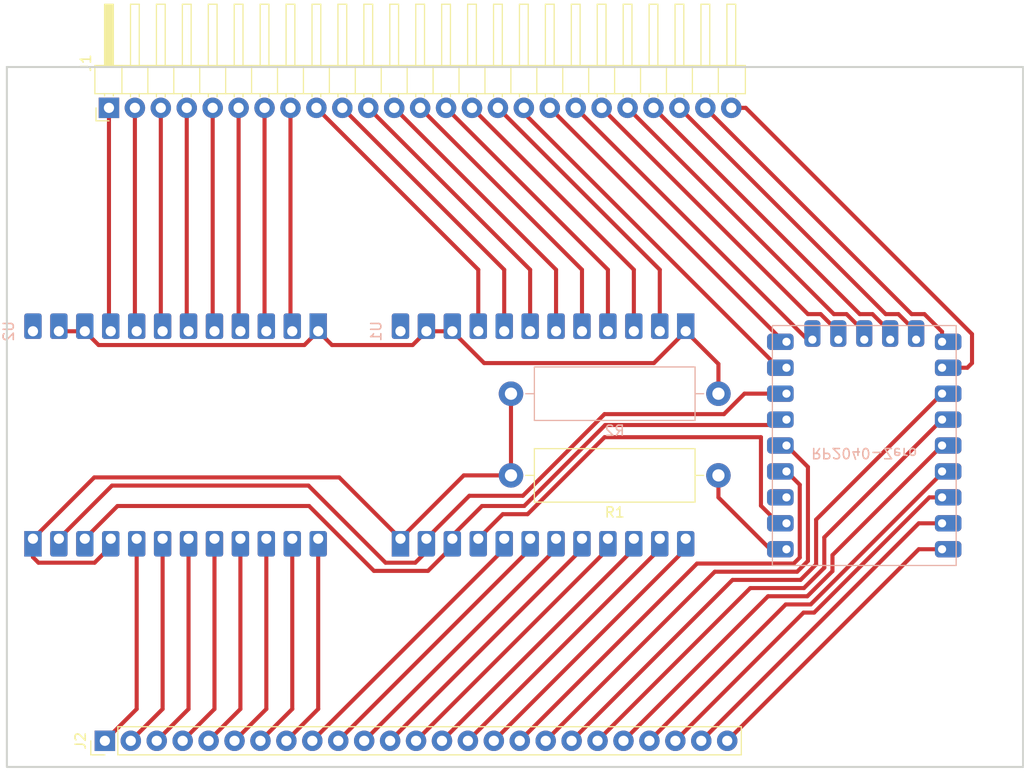
<source format=kicad_pcb>
(kicad_pcb (version 20241229) (generator "pcbnew") (generator_version "9.0")
  (layers (0 "F.Cu" signal) (2 "B.Cu" signal) (13 "F.Paste" user) (15 "B.Paste" user) (5 "F.SilkS" user "F.Silkscreen") (7 "B.SilkS" user "B.Silkscreen") (1 "F.Mask" user) (3 "B.Mask" user) (25 "Edge.Cuts" user))
  (net 0 "")
  (net 1 "GND")
  (net 2 "VCC")
  (net 5 "Net-(RZ1-5V)")
  (net 7 "Net-(RZ1-GP26)")
  (net 8 "Net-(RZ1-GP27)")
  (net 9 "Net-(J1-Pin_9)")
  (net 10 "Net-(J1-Pin_13)")
  (net 11 "Net-(J1-Pin_2)")
  (net 12 "Net-(J1-Pin_4)")
  (net 13 "Net-(J1-Pin_6)")
  (net 14 "Net-(J1-Pin_14)")
  (net 15 "Net-(J1-Pin_1)")
  (net 16 "Net-(J1-Pin_12)")
  (net 17 "Net-(J1-Pin_15)")
  (net 18 "Net-(J1-Pin_5)")
  (net 19 "Net-(J1-Pin_10)")
  (net 20 "Net-(J1-Pin_8)")
  (net 21 "Net-(J1-Pin_11)")
  (net 22 "Net-(J1-Pin_7)")
  (net 23 "Net-(J1-Pin_16)")
  (net 24 "Net-(J1-Pin_3)")
  (net 25 "Net-(J2-Pin_19)")
  (net 26 "Net-(J2-Pin_3)")
  (net 27 "Net-(J2-Pin_6)")
  (net 28 "Net-(J2-Pin_7)")
  (net 29 "Net-(J2-Pin_4)")
  (net 30 "Net-(J2-Pin_1)")
  (net 31 "Net-(J2-Pin_14)")
  (net 32 "Net-(J2-Pin_10)")
  (net 33 "Net-(J2-Pin_20)")
  (net 34 "Net-(J2-Pin_23)")
  (net 35 "Net-(J2-Pin_9)")
  (net 36 "Net-(J2-Pin_21)")
  (net 37 "Net-(J2-Pin_11)")
  (net 38 "Net-(J2-Pin_15)")
  (net 39 "Net-(J2-Pin_25)")
  (net 40 "Net-(J2-Pin_12)")
  (net 41 "Net-(J2-Pin_8)")
  (net 42 "Net-(J2-Pin_2)")
  (net 43 "Net-(J2-Pin_5)")
  (net 44 "Net-(J2-Pin_24)")
  (net 45 "Net-(J2-Pin_16)")
  (net 46 "Net-(J2-Pin_22)")
  (net 47 "Net-(J2-Pin_13)")
  (net 48 "Net-(J2-Pin_18)")
  (net 49 "Net-(J2-Pin_17)")
  (net 50 "Net-(J1-Pin_22)")
  (net 51 "Net-(J1-Pin_23)")
  (net 52 "Net-(J1-Pin_25)")
  (net 53 "Net-(J1-Pin_17)")
  (net 54 "Net-(J1-Pin_21)")
  (net 55 "Net-(J1-Pin_19)")
  (net 56 "Net-(J1-Pin_18)")
  (net 57 "Net-(J1-Pin_20)")
  (net 58 "Net-(J1-Pin_24)")
  (footprint "Connector_PinHeader_2.54mm:PinHeader_1x25_P2.54mm_Horizontal" (layer "F.Cu") (at 118.46 66 90)
    (property "Reference" "J1" (at 4.385 -2.27 90) (layer "F.SilkS"))
    (property "Value" "Keyboard Port")
    (pad "1" thru_hole rect (at 0 0 90) (size 2 2) (drill 1) (layers "*.Cu" "*.Mask") (net 15 "Net-(J1-Pin_1)"))
    (pad "2" thru_hole circle (at 0 2.54 90) (size 2 2) (drill 1) (layers "*.Cu" "*.Mask") (net 11 "Net-(J1-Pin_2)"))
    (pad "3" thru_hole circle (at 0 5.08 90) (size 2 2) (drill 1) (layers "*.Cu" "*.Mask") (net 24 "Net-(J1-Pin_3)"))
    (pad "4" thru_hole circle (at 0 7.62 90) (size 2 2) (drill 1) (layers "*.Cu" "*.Mask") (net 12 "Net-(J1-Pin_4)"))
    (pad "5" thru_hole circle (at 0 10.16 90) (size 2 2) (drill 1) (layers "*.Cu" "*.Mask") (net 18 "Net-(J1-Pin_5)"))
    (pad "6" thru_hole circle (at 0 12.7 90) (size 2 2) (drill 1) (layers "*.Cu" "*.Mask") (net 13 "Net-(J1-Pin_6)"))
    (pad "7" thru_hole circle (at 0 15.24 90) (size 2 2) (drill 1) (layers "*.Cu" "*.Mask") (net 22 "Net-(J1-Pin_7)"))
    (pad "8" thru_hole circle (at 0 17.78 90) (size 2 2) (drill 1) (layers "*.Cu" "*.Mask") (net 20 "Net-(J1-Pin_8)"))
    (pad "9" thru_hole circle (at 0 20.32 90) (size 2 2) (drill 1) (layers "*.Cu" "*.Mask") (net 9 "Net-(J1-Pin_9)"))
    (pad "10" thru_hole circle (at 0 22.86 90) (size 2 2) (drill 1) (layers "*.Cu" "*.Mask") (net 19 "Net-(J1-Pin_10)"))
    (pad "11" thru_hole circle (at 0 25.4 90) (size 2 2) (drill 1) (layers "*.Cu" "*.Mask") (net 21 "Net-(J1-Pin_11)"))
    (pad "12" thru_hole circle (at 0 27.94 90) (size 2 2) (drill 1) (layers "*.Cu" "*.Mask") (net 16 "Net-(J1-Pin_12)"))
    (pad "13" thru_hole circle (at 0 30.48 90) (size 2 2) (drill 1) (layers "*.Cu" "*.Mask") (net 10 "Net-(J1-Pin_13)"))
    (pad "14" thru_hole circle (at 0 33.02 90) (size 2 2) (drill 1) (layers "*.Cu" "*.Mask") (net 14 "Net-(J1-Pin_14)"))
    (pad "15" thru_hole circle (at 0 35.56 90) (size 2 2) (drill 1) (layers "*.Cu" "*.Mask") (net 17 "Net-(J1-Pin_15)"))
    (pad "16" thru_hole circle (at 0 38.1 90) (size 2 2) (drill 1) (layers "*.Cu" "*.Mask") (net 23 "Net-(J1-Pin_16)"))
    (pad "17" thru_hole circle (at 0 40.64 90) (size 2 2) (drill 1) (layers "*.Cu" "*.Mask") (net 53 "Net-(J1-Pin_17)"))
    (pad "18" thru_hole circle (at 0 43.18 90) (size 2 2) (drill 1) (layers "*.Cu" "*.Mask") (net 56 "Net-(J1-Pin_18)"))
    (pad "19" thru_hole circle (at 0 45.72 90) (size 2 2) (drill 1) (layers "*.Cu" "*.Mask") (net 55 "Net-(J1-Pin_19)"))
    (pad "20" thru_hole circle (at 0 48.26 90) (size 2 2) (drill 1) (layers "*.Cu" "*.Mask") (net 57 "Net-(J1-Pin_20)"))
    (pad "21" thru_hole circle (at 0 50.8 90) (size 2 2) (drill 1) (layers "*.Cu" "*.Mask") (net 54 "Net-(J1-Pin_21)"))
    (pad "22" thru_hole circle (at 0 53.34 90) (size 2 2) (drill 1) (layers "*.Cu" "*.Mask") (net 50 "Net-(J1-Pin_22)"))
    (pad "23" thru_hole circle (at 0 55.88 90) (size 2 2) (drill 1) (layers "*.Cu" "*.Mask") (net 51 "Net-(J1-Pin_23)"))
    (pad "24" thru_hole circle (at 0 58.42 90) (size 2 2) (drill 1) (layers "*.Cu" "*.Mask") (net 58 "Net-(J1-Pin_24)"))
    (pad "25" thru_hole circle (at 0 60.96 90) (size 2 2) (drill 1) (layers "*.Cu" "*.Mask") (net 52 "Net-(J1-Pin_25)"))
  )
  (footprint "Connector_PinHeader_2.54mm:PinHeader_1x25_P2.54mm_Vertical" (layer "F.Cu") (at 118.06 128 90)
    (property "Reference" "J2" (at 0 -2.38 90) (layer "F.SilkS"))
    (property "Value" "TTY Port")
    (pad "1" thru_hole rect (at 0 0 90) (size 2 2) (drill 1) (layers "*.Cu" "*.Mask") (net 30 "Net-(J2-Pin_1)"))
    (pad "2" thru_hole circle (at 0 2.54 90) (size 2 2) (drill 1) (layers "*.Cu" "*.Mask") (net 42 "Net-(J2-Pin_2)"))
    (pad "3" thru_hole circle (at 0 5.08 90) (size 2 2) (drill 1) (layers "*.Cu" "*.Mask") (net 26 "Net-(J2-Pin_3)"))
    (pad "4" thru_hole circle (at 0 7.62 90) (size 2 2) (drill 1) (layers "*.Cu" "*.Mask") (net 29 "Net-(J2-Pin_4)"))
    (pad "5" thru_hole circle (at 0 10.16 90) (size 2 2) (drill 1) (layers "*.Cu" "*.Mask") (net 43 "Net-(J2-Pin_5)"))
    (pad "6" thru_hole circle (at 0 12.7 90) (size 2 2) (drill 1) (layers "*.Cu" "*.Mask") (net 27 "Net-(J2-Pin_6)"))
    (pad "7" thru_hole circle (at 0 15.24 90) (size 2 2) (drill 1) (layers "*.Cu" "*.Mask") (net 28 "Net-(J2-Pin_7)"))
    (pad "8" thru_hole circle (at 0 17.78 90) (size 2 2) (drill 1) (layers "*.Cu" "*.Mask") (net 41 "Net-(J2-Pin_8)"))
    (pad "9" thru_hole circle (at 0 20.32 90) (size 2 2) (drill 1) (layers "*.Cu" "*.Mask") (net 35 "Net-(J2-Pin_9)"))
    (pad "10" thru_hole circle (at 0 22.86 90) (size 2 2) (drill 1) (layers "*.Cu" "*.Mask") (net 32 "Net-(J2-Pin_10)"))
    (pad "11" thru_hole circle (at 0 25.4 90) (size 2 2) (drill 1) (layers "*.Cu" "*.Mask") (net 37 "Net-(J2-Pin_11)"))
    (pad "12" thru_hole circle (at 0 27.94 90) (size 2 2) (drill 1) (layers "*.Cu" "*.Mask") (net 40 "Net-(J2-Pin_12)"))
    (pad "13" thru_hole circle (at 0 30.48 90) (size 2 2) (drill 1) (layers "*.Cu" "*.Mask") (net 47 "Net-(J2-Pin_13)"))
    (pad "14" thru_hole circle (at 0 33.02 90) (size 2 2) (drill 1) (layers "*.Cu" "*.Mask") (net 31 "Net-(J2-Pin_14)"))
    (pad "15" thru_hole circle (at 0 35.56 90) (size 2 2) (drill 1) (layers "*.Cu" "*.Mask") (net 38 "Net-(J2-Pin_15)"))
    (pad "16" thru_hole circle (at 0 38.1 90) (size 2 2) (drill 1) (layers "*.Cu" "*.Mask") (net 45 "Net-(J2-Pin_16)"))
    (pad "17" thru_hole circle (at 0 40.64 90) (size 2 2) (drill 1) (layers "*.Cu" "*.Mask") (net 49 "Net-(J2-Pin_17)"))
    (pad "18" thru_hole circle (at 0 43.18 90) (size 2 2) (drill 1) (layers "*.Cu" "*.Mask") (net 48 "Net-(J2-Pin_18)"))
    (pad "19" thru_hole circle (at 0 45.72 90) (size 2 2) (drill 1) (layers "*.Cu" "*.Mask") (net 25 "Net-(J2-Pin_19)"))
    (pad "20" thru_hole circle (at 0 48.26 90) (size 2 2) (drill 1) (layers "*.Cu" "*.Mask") (net 33 "Net-(J2-Pin_20)"))
    (pad "21" thru_hole circle (at 0 50.8 90) (size 2 2) (drill 1) (layers "*.Cu" "*.Mask") (net 36 "Net-(J2-Pin_21)"))
    (pad "22" thru_hole circle (at 0 53.34 90) (size 2 2) (drill 1) (layers "*.Cu" "*.Mask") (net 46 "Net-(J2-Pin_22)"))
    (pad "23" thru_hole circle (at 0 55.88 90) (size 2 2) (drill 1) (layers "*.Cu" "*.Mask") (net 34 "Net-(J2-Pin_23)"))
    (pad "24" thru_hole circle (at 0 58.42 90) (size 2 2) (drill 1) (layers "*.Cu" "*.Mask") (net 44 "Net-(J2-Pin_24)"))
    (pad "25" thru_hole circle (at 0 60.96 90) (size 2 2) (drill 1) (layers "*.Cu" "*.Mask") (net 39 "Net-(J2-Pin_25)"))
  )
  (footprint "Resistor_THT:R_Axial_DIN0516_L15.5mm_D5.0mm_P20.32mm_Horizontal" (layer "F.Cu") (at 178.16 102 180)
    (property "Reference" "R1" (at 10.16 -3.62 180) (layer "F.SilkS"))
    (property "Value" "470")
    (pad "1" thru_hole circle (at 0 0 180) (size 2.4 2.4) (drill 1.2) (layers "*.Cu" "*.Mask") (net 5 "Net-(RZ1-5V)"))
    (pad "2" thru_hole oval (at 20.32 0 180) (size 2.4 2.4) (drill 1.2) (layers "*.Cu" "*.Mask") (net 2 "VCC"))
  )
  (footprint "Resistor_THT:R_Axial_DIN0516_L15.5mm_D5.0mm_P20.32mm_Horizontal" (layer "B.Cu") (at 157.84 94)
    (property "Reference" "R2" (at 10.16 3.62 180) (layer "B.SilkS") (effects (justify mirror)))
    (property "Value" "510")
    (pad "1" thru_hole circle (at 0 0) (size 2.4 2.4) (drill 1.2) (layers "*.Cu" "*.Mask") (net 2 "VCC"))
    (pad "2" thru_hole oval (at 20.32 0) (size 2.4 2.4) (drill 1.2) (layers "*.Cu" "*.Mask") (net 1 "GND"))
  )
  (footprint "TCA9555_Module:TCA9555_Module" (layer "B.Cu") (at 111.015001 87.882912 -90)
    (property "Reference" "U2" (at 0 2.38 90) (layer "B.SilkS") (effects (justify mirror)))
    (property "Value" "TCA9555_Module" (hide yes))
    (pad "1" thru_hole roundrect (at 0 0 270) (size 2.5 1.7) (drill 1 (offset -0.5 0)) (layers "*.Cu" "*.Mask") (roundrect_rratio 0.1470588235))
    (pad "2" thru_hole roundrect (at 0 -2.54 270) (size 2.5 1.7) (drill 1 (offset -0.5 0)) (layers "*.Cu" "*.Mask") (roundrect_rratio 0.1470588235) (net 1 "GND"))
    (pad "3" thru_hole roundrect (at 0 -5.08 270) (size 2.5 1.7) (drill 1 (offset -0.5 0)) (layers "*.Cu" "*.Mask") (roundrect_rratio 0.1470588235) (net 1 "GND"))
    (pad "4" thru_hole roundrect (at 0 -7.62 270) (size 2.5 1.7) (drill 1 (offset -0.5 0)) (layers "*.Cu" "*.Mask") (roundrect_rratio 0.1470588235) (net 15 "Net-(J1-Pin_1)"))
    (pad "5" thru_hole roundrect (at 0 -10.16 270) (size 2.5 1.7) (drill 1 (offset -0.5 0)) (layers "*.Cu" "*.Mask") (roundrect_rratio 0.1470588235) (net 11 "Net-(J1-Pin_2)"))
    (pad "6" thru_hole roundrect (at 0 -12.7 270) (size 2.5 1.7) (drill 1 (offset -0.5 0)) (layers "*.Cu" "*.Mask") (roundrect_rratio 0.1470588235) (net 24 "Net-(J1-Pin_3)"))
    (pad "7" thru_hole roundrect (at 0 -15.24 270) (size 2.5 1.7) (drill 1 (offset -0.5 0)) (layers "*.Cu" "*.Mask") (roundrect_rratio 0.1470588235) (net 12 "Net-(J1-Pin_4)"))
    (pad "8" thru_hole roundrect (at 0 -17.78 270) (size 2.5 1.7) (drill 1 (offset -0.5 0)) (layers "*.Cu" "*.Mask") (roundrect_rratio 0.1470588235) (net 18 "Net-(J1-Pin_5)"))
    (pad "9" thru_hole roundrect (at 0 -20.32 270) (size 2.5 1.7) (drill 1 (offset -0.5 0)) (layers "*.Cu" "*.Mask") (roundrect_rratio 0.1470588235) (net 13 "Net-(J1-Pin_6)"))
    (pad "10" thru_hole roundrect (at 0 -22.86 270) (size 2.5 1.7) (drill 1 (offset -0.5 0)) (layers "*.Cu" "*.Mask") (roundrect_rratio 0.1470588235) (net 22 "Net-(J1-Pin_7)"))
    (pad "11" thru_hole roundrect (at 0 -25.4 270) (size 2.5 1.7) (drill 1 (offset -0.5 0)) (layers "*.Cu" "*.Mask") (roundrect_rratio 0.1470588235) (net 20 "Net-(J1-Pin_8)"))
    (pad "12" thru_hole rect (at 0 -27.94 270) (size 2.5 1.7) (drill 1 (offset -0.5 0)) (layers "*.Cu" "*.Mask") (net 1 "GND"))
    (pad "13" thru_hole roundrect (at 20.32 -27.94 270) (size 2.5 1.7) (drill 1 (offset 0.5 0)) (layers "*.Cu" "*.Mask") (roundrect_rratio 0.1470588235) (net 41 "Net-(J2-Pin_8)"))
    (pad "14" thru_hole roundrect (at 20.32 -25.4 270) (size 2.5 1.7) (drill 1 (offset 0.5 0)) (layers "*.Cu" "*.Mask") (roundrect_rratio 0.1470588235) (net 28 "Net-(J2-Pin_7)"))
    (pad "15" thru_hole roundrect (at 20.32 -22.86 270) (size 2.5 1.7) (drill 1 (offset 0.5 0)) (layers "*.Cu" "*.Mask") (roundrect_rratio 0.1470588235) (net 27 "Net-(J2-Pin_6)"))
    (pad "16" thru_hole roundrect (at 20.32 -20.32 270) (size 2.5 1.7) (drill 1 (offset 0.5 0)) (layers "*.Cu" "*.Mask") (roundrect_rratio 0.1470588235) (net 43 "Net-(J2-Pin_5)"))
    (pad "17" thru_hole roundrect (at 20.32 -17.78 270) (size 2.5 1.7) (drill 1 (offset 0.5 0)) (layers "*.Cu" "*.Mask") (roundrect_rratio 0.1470588235) (net 29 "Net-(J2-Pin_4)"))
    (pad "18" thru_hole roundrect (at 20.32 -15.24 270) (size 2.5 1.7) (drill 1 (offset 0.5 0)) (layers "*.Cu" "*.Mask") (roundrect_rratio 0.1470588235) (net 26 "Net-(J2-Pin_3)"))
    (pad "19" thru_hole roundrect (at 20.32 -12.7 270) (size 2.5 1.7) (drill 1 (offset 0.5 0)) (layers "*.Cu" "*.Mask") (roundrect_rratio 0.1470588235) (net 42 "Net-(J2-Pin_2)"))
    (pad "20" thru_hole roundrect (at 20.32 -10.16 270) (size 2.5 1.7) (drill 1 (offset 0.5 0)) (layers "*.Cu" "*.Mask") (roundrect_rratio 0.1470588235) (net 30 "Net-(J2-Pin_1)"))
    (pad "21" thru_hole roundrect (at 20.32 -7.62 270) (size 2.5 1.7) (drill 1 (offset 0.5 0)) (layers "*.Cu" "*.Mask") (roundrect_rratio 0.1470588235) (net 2 "VCC"))
    (pad "22" thru_hole roundrect (at 20.32 -5.08 270) (size 2.5 1.7) (drill 1 (offset 0.5 0)) (layers "*.Cu" "*.Mask") (roundrect_rratio 0.1470588235) (net 8 "Net-(RZ1-GP27)"))
    (pad "23" thru_hole roundrect (at 20.32 -2.54 270) (size 2.5 1.7) (drill 1 (offset 0.5 0)) (layers "*.Cu" "*.Mask") (roundrect_rratio 0.1470588235) (net 7 "Net-(RZ1-GP26)"))
    (pad "24" thru_hole rect (at 20.32 0 270) (size 2.5 1.7) (drill 1 (offset 0.5 0)) (layers "*.Cu" "*.Mask") (net 2 "VCC"))
  )
  (footprint "Raspberry Pi Pico Zero:RP2040-Zero" (layer "B.Cu") (at 182.285 86.375)
    (property "Reference" "RZ1")
    (property "Value" "RP2040-Zero" (at 10.16 13.45 180) (layer "B.SilkS") (effects (justify mirror)))
    (pad "1" thru_hole roundrect (at 17.78 22.86) (size 2.6 1.6) (drill 0.8 (offset 0.6 0)) (layers "*.Cu" "*.Mask") (net 39 "Net-(J2-Pin_25)"))
    (pad "2" thru_hole roundrect (at 17.78 20.32) (size 2.6 1.6) (drill 0.8 (offset 0.6 0)) (layers "*.Cu" "*.Mask") (net 44 "Net-(J2-Pin_24)"))
    (pad "3" thru_hole roundrect (at 17.78 17.78) (size 2.6 1.6) (drill 0.8 (offset 0.6 0)) (layers "*.Cu" "*.Mask") (net 34 "Net-(J2-Pin_23)"))
    (pad "4" thru_hole roundrect (at 17.78 15.24) (size 2.6 1.6) (drill 0.8 (offset 0.6 0)) (layers "*.Cu" "*.Mask") (net 46 "Net-(J2-Pin_22)"))
    (pad "5" thru_hole roundrect (at 17.78 12.7) (size 2.6 1.6) (drill 0.8 (offset 0.6 0)) (layers "*.Cu" "*.Mask") (net 36 "Net-(J2-Pin_21)"))
    (pad "6" thru_hole roundrect (at 17.78 10.16) (size 2.6 1.6002) (drill 0.8 (offset 0.6 0)) (layers "*.Cu" "*.Mask") (net 33 "Net-(J2-Pin_20)"))
    (pad "7" thru_hole roundrect (at 17.78 7.62) (size 2.6 1.6002) (drill 0.8 (offset 0.6 0)) (layers "*.Cu" "*.Mask") (net 25 "Net-(J2-Pin_19)"))
    (pad "8" thru_hole roundrect (at 17.78 5.08) (size 2.6 1.6002) (drill 0.8 (offset 0.6 0)) (layers "*.Cu" "*.Mask") (net 52 "Net-(J1-Pin_25)"))
    (pad "9" thru_hole roundrect (at 17.78 2.54) (size 2.6 1.6002) (drill 0.8 (offset 0.6 0)) (layers "*.Cu" "*.Mask") (net 58 "Net-(J1-Pin_24)"))
    (pad "10" thru_hole roundrect (at 15.24 2.33) (size 1.6 2.6) (drill 0.8 (offset 0 -0.6)) (layers "*.Cu" "*.Mask") (net 51 "Net-(J1-Pin_23)"))
    (pad "11" thru_hole roundrect (at 12.7 2.33) (size 1.5748 2.6) (drill 0.8 (offset 0 -0.6)) (layers "*.Cu" "*.Mask") (net 50 "Net-(J1-Pin_22)"))
    (pad "12" thru_hole roundrect (at 10.16 2.33) (size 1.5748 2.6) (drill 0.8 (offset 0 -0.6)) (layers "*.Cu" "*.Mask") (net 54 "Net-(J1-Pin_21)"))
    (pad "13" thru_hole roundrect (at 7.62 2.33) (size 1.5748 2.6) (drill 0.8 (offset 0 -0.6)) (layers "*.Cu" "*.Mask") (net 57 "Net-(J1-Pin_20)"))
    (pad "14" thru_hole roundrect (at 5.08 2.33) (size 1.5748 2.6) (drill 0.8 (offset 0 -0.6)) (layers "*.Cu" "*.Mask") (net 55 "Net-(J1-Pin_19)"))
    (pad "15" thru_hole roundrect (at 2.54 2.54) (size 2.6 1.6002) (drill 0.8 (offset -0.6 0)) (layers "*.Cu" "*.Mask") (net 56 "Net-(J1-Pin_18)"))
    (pad "16" thru_hole roundrect (at 2.54 5.08) (size 2.6 1.6002) (drill 0.8 (offset -0.6 0)) (layers "*.Cu" "*.Mask") (net 53 "Net-(J1-Pin_17)"))
    (pad "17" thru_hole roundrect (at 2.54 7.62) (size 2.6 1.6002) (drill 0.8 (offset -0.6 0)) (layers "*.Cu" "*.Mask") (net 7 "Net-(RZ1-GP26)"))
    (pad "18" thru_hole roundrect (at 2.54 10.16) (size 2.6 1.6002) (drill 0.8 (offset -0.6 0)) (layers "*.Cu" "*.Mask") (net 8 "Net-(RZ1-GP27)"))
    (pad "19" thru_hole roundrect (at 2.54 12.7) (size 2.6 1.6002) (drill 0.8 (offset -0.6 0)) (layers "*.Cu" "*.Mask") (net 48 "Net-(J2-Pin_18)"))
    (pad "20" thru_hole roundrect (at 2.54 15.24) (size 2.6 1.6002) (drill 0.8 (offset -0.6 0)) (layers "*.Cu" "*.Mask") (net 49 "Net-(J2-Pin_17)"))
    (pad "21" thru_hole roundrect (at 2.54 17.78) (size 2.6 1.6002) (drill 0.8 (offset -0.6 0)) (layers "*.Cu" "*.Mask"))
    (pad "22" thru_hole roundrect (at 2.54 22.86) (size 2.6 1.6002) (drill 0.8 (offset -0.6 0)) (layers "*.Cu" "*.Mask") (net 5 "Net-(RZ1-5V)"))
    (pad "23" thru_hole roundrect (at 2.54 20.32) (size 2.6 1.6002) (drill 0.8 (offset -0.6 0)) (layers "*.Cu" "*.Mask") (net 1 "GND"))
  )
  (footprint "TCA9555_Module:TCA9555_Module" (layer "B.Cu") (at 147.015001 87.882912 -90)
    (property "Reference" "U1" (at 0 2.38 90) (layer "B.SilkS") (effects (justify mirror)))
    (property "Value" "TCA9555_Module")
    (pad "1" thru_hole roundrect (at 0 0 270) (size 2.5 1.7) (drill 1 (offset -0.5 0)) (layers "*.Cu" "*.Mask") (roundrect_rratio 0.1470588235))
    (pad "2" thru_hole roundrect (at 0 -2.54 270) (size 2.5 1.7) (drill 1 (offset -0.5 0)) (layers "*.Cu" "*.Mask") (roundrect_rratio 0.1470588235) (net 1 "GND"))
    (pad "3" thru_hole roundrect (at 0 -5.08 270) (size 2.5 1.7) (drill 1 (offset -0.5 0)) (layers "*.Cu" "*.Mask") (roundrect_rratio 0.1470588235) (net 1 "GND"))
    (pad "4" thru_hole roundrect (at 0 -7.62 270) (size 2.5 1.7) (drill 1 (offset -0.5 0)) (layers "*.Cu" "*.Mask") (roundrect_rratio 0.1470588235) (net 9 "Net-(J1-Pin_9)"))
    (pad "5" thru_hole roundrect (at 0 -10.16 270) (size 2.5 1.7) (drill 1 (offset -0.5 0)) (layers "*.Cu" "*.Mask") (roundrect_rratio 0.1470588235) (net 19 "Net-(J1-Pin_10)"))
    (pad "6" thru_hole roundrect (at 0 -12.7 270) (size 2.5 1.7) (drill 1 (offset -0.5 0)) (layers "*.Cu" "*.Mask") (roundrect_rratio 0.1470588235) (net 21 "Net-(J1-Pin_11)"))
    (pad "7" thru_hole roundrect (at 0 -15.24 270) (size 2.5 1.7) (drill 1 (offset -0.5 0)) (layers "*.Cu" "*.Mask") (roundrect_rratio 0.1470588235) (net 16 "Net-(J1-Pin_12)"))
    (pad "8" thru_hole roundrect (at 0 -17.78 270) (size 2.5 1.7) (drill 1 (offset -0.5 0)) (layers "*.Cu" "*.Mask") (roundrect_rratio 0.1470588235) (net 10 "Net-(J1-Pin_13)"))
    (pad "9" thru_hole roundrect (at 0 -20.32 270) (size 2.5 1.7) (drill 1 (offset -0.5 0)) (layers "*.Cu" "*.Mask") (roundrect_rratio 0.1470588235) (net 14 "Net-(J1-Pin_14)"))
    (pad "10" thru_hole roundrect (at 0 -22.86 270) (size 2.5 1.7) (drill 1 (offset -0.5 0)) (layers "*.Cu" "*.Mask") (roundrect_rratio 0.1470588235) (net 17 "Net-(J1-Pin_15)"))
    (pad "11" thru_hole roundrect (at 0 -25.4 270) (size 2.5 1.7) (drill 1 (offset -0.5 0)) (layers "*.Cu" "*.Mask") (roundrect_rratio 0.1470588235) (net 23 "Net-(J1-Pin_16)"))
    (pad "12" thru_hole rect (at 0 -27.94 270) (size 2.5 1.7) (drill 1 (offset -0.5 0)) (layers "*.Cu" "*.Mask") (net 1 "GND"))
    (pad "13" thru_hole roundrect (at 20.32 -27.94 270) (size 2.5 1.7) (drill 1 (offset 0.5 0)) (layers "*.Cu" "*.Mask") (roundrect_rratio 0.1470588235) (net 45 "Net-(J2-Pin_16)"))
    (pad "14" thru_hole roundrect (at 20.32 -25.4 270) (size 2.5 1.7) (drill 1 (offset 0.5 0)) (layers "*.Cu" "*.Mask") (roundrect_rratio 0.1470588235) (net 38 "Net-(J2-Pin_15)"))
    (pad "15" thru_hole roundrect (at 20.32 -22.86 270) (size 2.5 1.7) (drill 1 (offset 0.5 0)) (layers "*.Cu" "*.Mask") (roundrect_rratio 0.1470588235) (net 31 "Net-(J2-Pin_14)"))
    (pad "16" thru_hole roundrect (at 20.32 -20.32 270) (size 2.5 1.7) (drill 1 (offset 0.5 0)) (layers "*.Cu" "*.Mask") (roundrect_rratio 0.1470588235) (net 47 "Net-(J2-Pin_13)"))
    (pad "17" thru_hole roundrect (at 20.32 -17.78 270) (size 2.5 1.7) (drill 1 (offset 0.5 0)) (layers "*.Cu" "*.Mask") (roundrect_rratio 0.1470588235) (net 40 "Net-(J2-Pin_12)"))
    (pad "18" thru_hole roundrect (at 20.32 -15.24 270) (size 2.5 1.7) (drill 1 (offset 0.5 0)) (layers "*.Cu" "*.Mask") (roundrect_rratio 0.1470588235) (net 37 "Net-(J2-Pin_11)"))
    (pad "19" thru_hole roundrect (at 20.32 -12.7 270) (size 2.5 1.7) (drill 1 (offset 0.5 0)) (layers "*.Cu" "*.Mask") (roundrect_rratio 0.1470588235) (net 32 "Net-(J2-Pin_10)"))
    (pad "20" thru_hole roundrect (at 20.32 -10.16 270) (size 2.5 1.7) (drill 1 (offset 0.5 0)) (layers "*.Cu" "*.Mask") (roundrect_rratio 0.1470588235) (net 35 "Net-(J2-Pin_9)"))
    (pad "21" thru_hole roundrect (at 20.32 -7.62 270) (size 2.5 1.7) (drill 1 (offset 0.5 0)) (layers "*.Cu" "*.Mask") (roundrect_rratio 0.1470588235) (net 1 "GND"))
    (pad "22" thru_hole roundrect (at 20.32 -5.08 270) (size 2.5 1.7) (drill 1 (offset 0.5 0)) (layers "*.Cu" "*.Mask") (roundrect_rratio 0.1470588235) (net 8 "Net-(RZ1-GP27)"))
    (pad "23" thru_hole roundrect (at 20.32 -2.54 270) (size 2.5 1.7) (drill 1 (offset 0.5 0)) (layers "*.Cu" "*.Mask") (roundrect_rratio 0.1470588235) (net 7 "Net-(RZ1-GP26)"))
    (pad "24" thru_hole rect (at 20.32 0 270) (size 2.5 1.7) (drill 1 (offset 0.5 0)) (layers "*.Cu" "*.Mask") (net 2 "VCC"))
  )
  (gr_rect (start 108.460989 62) (end 208 130.55956) (stroke (width 0.2)) (fill no) (layer "Edge.Cuts"))
  (segment (start 159.464571 105.801) (end 157.036913 105.801) (width 0.4) (layer "F.Cu") (net 1))
  (segment (start 155.212089 91) (end 152.095001 87.882912) (width 0.4) (layer "F.Cu") (net 1))
  (segment (start 171.837913 91) (end 155.212089 91) (width 0.4) (layer "F.Cu") (net 1))
  (segment (start 152.095001 87.882912) (end 149.555001 87.882912) (width 0.4) (layer "F.Cu") (net 1))
  (segment (start 116.095001 87.882912) (end 113.555001 87.882912) (width 0.4) (layer "F.Cu") (net 1))
  (segment (start 149.555001 87.882912) (end 148.204001 89.233912) (width 0.4) (layer "F.Cu") (net 1))
  (segment (start 137.604001 89.233912) (end 117.446001 89.233912) (width 0.4) (layer "F.Cu") (net 1))
  (segment (start 184.825 106.695) (end 184.0493 106.695) (width 0.4) (layer "F.Cu") (net 1))
  (segment (start 157.036913 105.801) (end 154.635001 108.202912) (width 0.4) (layer "F.Cu") (net 1))
  (segment (start 174.955001 87.882912) (end 171.837913 91) (width 0.4) (layer "F.Cu") (net 1))
  (segment (start 117.446001 89.233912) (end 116.095001 87.882912) (width 0.4) (layer "F.Cu") (net 1))
  (segment (start 182.324 98.2603) (end 167.005271 98.2603) (width 0.4) (layer "F.Cu") (net 1))
  (segment (start 182.324 104.9697) (end 182.324 98.2603) (width 0.4) (layer "F.Cu") (net 1))
  (segment (start 140.306001 89.233912) (end 138.955001 87.882912) (width 0.4) (layer "F.Cu") (net 1))
  (segment (start 178.16 91.087911) (end 174.955001 87.882912) (width 0.4) (layer "F.Cu") (net 1))
  (segment (start 184.0493 106.695) (end 182.324 104.9697) (width 0.4) (layer "F.Cu") (net 1))
  (segment (start 148.204001 89.233912) (end 140.306001 89.233912) (width 0.4) (layer "F.Cu") (net 1))
  (segment (start 178.16 94) (end 178.16 91.087911) (width 0.4) (layer "F.Cu") (net 1))
  (segment (start 138.955001 87.882912) (end 137.604001 89.233912) (width 0.4) (layer "F.Cu") (net 1))
  (segment (start 167.005271 98.2603) (end 159.464571 105.801) (width 0.4) (layer "F.Cu") (net 1))
  (segment (start 111.015001 108.202912) (end 117.018913 102.199) (width 0.4) (layer "F.Cu") (net 2))
  (segment (start 117.018913 102.199) (end 141.011089 102.199) (width 0.4) (layer "F.Cu") (net 2))
  (segment (start 147.015001 108.202912) (end 153.217913 102) (width 0.4) (layer "F.Cu") (net 2))
  (segment (start 157.84 102) (end 157.84 94) (width 0.4) (layer "F.Cu") (net 2))
  (segment (start 118.635001 108.202912) (end 118.635001 108.973336) (width 0.4) (layer "F.Cu") (net 2))
  (segment (start 153.217913 102) (end 157.84 102) (width 0.4) (layer "F.Cu") (net 2))
  (segment (start 118.635001 108.973336) (end 117.054425 110.553912) (width 0.4) (layer "F.Cu") (net 2))
  (segment (start 117.054425 110.553912) (end 111.553912 110.553912) (width 0.4) (layer "F.Cu") (net 2))
  (segment (start 111.015001 110.015001) (end 111.015001 108.202912) (width 0.4) (layer "F.Cu") (net 2))
  (segment (start 111.553912 110.553912) (end 111.015001 110.015001) (width 0.4) (layer "F.Cu") (net 2))
  (segment (start 141.011089 102.199) (end 147.015001 108.202912) (width 0.4) (layer "F.Cu") (net 2))
  (segment (start 184.825 109.235) (end 183.235 109.235) (width 0.4) (layer "F.Cu") (net 5))
  (segment (start 178.16 104.16) (end 178.16 102) (width 0.4) (layer "F.Cu") (net 5))
  (segment (start 183.235 109.235) (end 178.16 104.16) (width 0.4) (layer "F.Cu") (net 5))
  (segment (start 180.711999 93.995) (end 178.706999 96) (width 0.4) (layer "F.Cu") (net 7))
  (segment (start 149.555001 108.202912) (end 149.555001 109.464912) (width 0.4) (layer "F.Cu") (net 7))
  (segment (start 153.757913 104) (end 149.555001 108.202912) (width 0.4) (layer "F.Cu") (net 7))
  (segment (start 184.825 93.995) (end 180.711999 93.995) (width 0.4) (layer "F.Cu") (net 7))
  (segment (start 149.555001 109.464912) (end 148.466001 110.553912) (width 0.4) (layer "F.Cu") (net 7))
  (segment (start 178.706999 96) (end 167 96) (width 0.4) (layer "F.Cu") (net 7))
  (segment (start 138 103) (end 118.757913 103) (width 0.4) (layer "F.Cu") (net 7))
  (segment (start 118.757913 103) (end 113.555001 108.202912) (width 0.4) (layer "F.Cu") (net 7))
  (segment (start 145.553912 110.553912) (end 138 103) (width 0.4) (layer "F.Cu") (net 7))
  (segment (start 148.466001 110.553912) (end 145.553912 110.553912) (width 0.4) (layer "F.Cu") (net 7))
  (segment (start 167 96) (end 159 104) (width 0.4) (layer "F.Cu") (net 7))
  (segment (start 159 104) (end 153.757913 104) (width 0.4) (layer "F.Cu") (net 7))
  (segment (start 155 105) (end 152.095001 107.904999) (width 0.4) (layer "F.Cu") (net 8))
  (segment (start 149.713425 111.354912) (end 144.417425 111.354912) (width 0.4) (layer "F.Cu") (net 8))
  (segment (start 167.066393 97.066393) (end 159.132786 105) (width 0.4) (layer "F.Cu") (net 8))
  (segment (start 119.297913 105) (end 116.095001 108.202912) (width 0.4) (layer "F.Cu") (net 8))
  (segment (start 184.825 96.535) (end 184.293607 97.066393) (width 0.4) (layer "F.Cu") (net 8))
  (segment (start 184.293607 97.066393) (end 167.066393 97.066393) (width 0.4) (layer "F.Cu") (net 8))
  (segment (start 152.095001 108.202912) (end 152.095001 108.973336) (width 0.4) (layer "F.Cu") (net 8))
  (segment (start 152.095001 107.904999) (end 152.095001 108.202912) (width 0.4) (layer "F.Cu") (net 8))
  (segment (start 159.132786 105) (end 155 105) (width 0.4) (layer "F.Cu") (net 8))
  (segment (start 144.417425 111.354912) (end 138.062513 105) (width 0.4) (layer "F.Cu") (net 8))
  (segment (start 152.095001 108.973336) (end 149.713425 111.354912) (width 0.4) (layer "F.Cu") (net 8))
  (segment (start 138.062513 105) (end 119.297913 105) (width 0.4) (layer "F.Cu") (net 8))
  (segment (start 138.78 66) (end 154.635001 81.855001) (width 0.4) (layer "F.Cu") (net 9))
  (segment (start 154.635001 81.855001) (end 154.635001 87.882912) (width 0.4) (layer "F.Cu") (net 9))
  (segment (start 164.795001 81.855001) (end 164.795001 87.882912) (width 0.4) (layer "F.Cu") (net 10))
  (segment (start 148.94 66) (end 164.795001 81.855001) (width 0.4) (layer "F.Cu") (net 10))
  (segment (start 121.175001 87.882912) (end 121 87.707911) (width 0.4) (layer "F.Cu") (net 11))
  (segment (start 121 87.707911) (end 121 66) (width 0.4) (layer "F.Cu") (net 11))
  (segment (start 126.255001 87.882912) (end 126.08 87.707911) (width 0.4) (layer "F.Cu") (net 12))
  (segment (start 126.08 87.707911) (end 126.08 66) (width 0.4) (layer "F.Cu") (net 12))
  (segment (start 131.16 87.707911) (end 131.335001 87.882912) (width 0.4) (layer "F.Cu") (net 13))
  (segment (start 131.16 66) (end 131.16 87.707911) (width 0.4) (layer "F.Cu") (net 13))
  (segment (start 151.48 66) (end 167.335001 81.855001) (width 0.4) (layer "F.Cu") (net 14))
  (segment (start 167.335001 81.855001) (end 167.335001 87.882912) (width 0.4) (layer "F.Cu") (net 14))
  (segment (start 118.46 87.707911) (end 118.46 66) (width 0.4) (layer "F.Cu") (net 15))
  (segment (start 118.635001 87.882912) (end 118.46 87.707911) (width 0.4) (layer "F.Cu") (net 15))
  (segment (start 162.255001 81.855001) (end 162.255001 87.882912) (width 0.4) (layer "F.Cu") (net 16))
  (segment (start 146.4 66) (end 162.255001 81.855001) (width 0.4) (layer "F.Cu") (net 16))
  (segment (start 154.02 66) (end 169.875001 81.855001) (width 0.4) (layer "F.Cu") (net 17))
  (segment (start 169.875001 81.855001) (end 169.875001 87.882912) (width 0.4) (layer "F.Cu") (net 17))
  (segment (start 128.62 87.707911) (end 128.62 66) (width 0.4) (layer "F.Cu") (net 18))
  (segment (start 128.795001 87.882912) (end 128.62 87.707911) (width 0.4) (layer "F.Cu") (net 18))
  (segment (start 157.175001 81.855001) (end 157.175001 87.882912) (width 0.4) (layer "F.Cu") (net 19))
  (segment (start 141.32 66) (end 157.175001 81.855001) (width 0.4) (layer "F.Cu") (net 19))
  (segment (start 136.24 66) (end 136.24 87.707911) (width 0.4) (layer "F.Cu") (net 20))
  (segment (start 136.24 87.707911) (end 136.415001 87.882912) (width 0.4) (layer "F.Cu") (net 20))
  (segment (start 143.86 66) (end 159.715001 81.855001) (width 0.4) (layer "F.Cu") (net 21))
  (segment (start 159.715001 81.855001) (end 159.715001 87.882912) (width 0.4) (layer "F.Cu") (net 21))
  (segment (start 133.7 66) (end 133.7 87.707911) (width 0.4) (layer "F.Cu") (net 22))
  (segment (start 133.7 87.707911) (end 133.875001 87.882912) (width 0.4) (layer "F.Cu") (net 22))
  (segment (start 156.56 66) (end 172.415001 81.855001) (width 0.4) (layer "F.Cu") (net 23))
  (segment (start 172.415001 81.855001) (end 172.415001 87.882912) (width 0.4) (layer "F.Cu") (net 23))
  (segment (start 123.715001 87.882912) (end 123.54 87.707911) (width 0.4) (layer "F.Cu") (net 24))
  (segment (start 123.54 87.707911) (end 123.54 66) (width 0.4) (layer "F.Cu") (net 24))
  (segment (start 163.78 128) (end 179.5419 112.2381) (width 0.4) (layer "F.Cu") (net 25))
  (segment (start 187.728 110.713269) (end 187.728 106.332) (width 0.4) (layer "F.Cu") (net 25))
  (segment (start 179.5419 112.2381) (end 186.203172 112.2381) (width 0.4) (layer "F.Cu") (net 25))
  (segment (start 186.203172 112.2381) (end 187.728 110.713269) (width 0.4) (layer "F.Cu") (net 25))
  (segment (start 187.728 106.332) (end 200.065 93.995) (width 0.4) (layer "F.Cu") (net 25))
  (segment (start 123.14 128) (end 126.255001 124.884999) (width 0.4) (layer "F.Cu") (net 26))
  (segment (start 126.255001 124.884999) (end 126.255001 108.202912) (width 0.4) (layer "F.Cu") (net 26))
  (segment (start 133.875001 124.884999) (end 133.875001 108.202912) (width 0.4) (layer "F.Cu") (net 27))
  (segment (start 130.76 128) (end 133.875001 124.884999) (width 0.4) (layer "F.Cu") (net 27))
  (segment (start 133.3 128) (end 136.415001 124.884999) (width 0.4) (layer "F.Cu") (net 28))
  (segment (start 136.415001 124.884999) (end 136.415001 108.202912) (width 0.4) (layer "F.Cu") (net 28))
  (segment (start 128.795001 124.884999) (end 128.795001 108.202912) (width 0.4) (layer "F.Cu") (net 29))
  (segment (start 125.68 128) (end 128.795001 124.884999) (width 0.4) (layer "F.Cu") (net 29))
  (segment (start 118.06 128) (end 121.175001 124.884999) (width 0.4) (layer "F.Cu") (net 30))
  (segment (start 121.175001 124.884999) (end 121.175001 108.202912) (width 0.4) (layer "F.Cu") (net 30))
  (segment (start 151.08 128) (end 169.875001 109.204999) (width 0.4) (layer "F.Cu") (net 31))
  (segment (start 169.875001 109.204999) (end 169.875001 108.202912) (width 0.4) (layer "F.Cu") (net 31))
  (segment (start 140.92 128) (end 159.715001 109.204999) (width 0.4) (layer "F.Cu") (net 32))
  (segment (start 159.715001 109.204999) (end 159.715001 108.202912) (width 0.4) (layer "F.Cu") (net 32))
  (segment (start 181.2809 113.0391) (end 186.534958 113.0391) (width 0.4) (layer "F.Cu") (net 33))
  (segment (start 188.529 111.045053) (end 188.529 108.071) (width 0.4) (layer "F.Cu") (net 33))
  (segment (start 186.534958 113.0391) (end 188.529 111.045053) (width 0.4) (layer "F.Cu") (net 33))
  (segment (start 166.32 128) (end 181.2809 113.0391) (width 0.4) (layer "F.Cu") (net 33))
  (segment (start 188.529 108.071) (end 200.065 96.535) (width 0.4) (layer "F.Cu") (net 33))
  (segment (start 186.4979 115.4421) (end 187.530316 115.4421) (width 0.4) (layer "F.Cu") (net 34))
  (segment (start 198.817416 104.155) (end 200.065 104.155) (width 0.4) (layer "F.Cu") (net 34))
  (segment (start 187.530316 115.4421) (end 198.817416 104.155) (width 0.4) (layer "F.Cu") (net 34))
  (segment (start 173.94 128) (end 186.4979 115.4421) (width 0.4) (layer "F.Cu") (net 34))
  (segment (start 157.175001 109.204999) (end 157.175001 108.202912) (width 0.4) (layer "F.Cu") (net 35))
  (segment (start 138.38 128) (end 157.175001 109.204999) (width 0.4) (layer "F.Cu") (net 35))
  (segment (start 186.866744 113.8401) (end 189.33 111.376837) (width 0.4) (layer "F.Cu") (net 36))
  (segment (start 168.86 128) (end 183.0199 113.8401) (width 0.4) (layer "F.Cu") (net 36))
  (segment (start 189.33 109.81) (end 200.065 99.075) (width 0.4) (layer "F.Cu") (net 36))
  (segment (start 183.0199 113.8401) (end 186.866744 113.8401) (width 0.4) (layer "F.Cu") (net 36))
  (segment (start 189.33 111.376837) (end 189.33 109.81) (width 0.4) (layer "F.Cu") (net 36))
  (segment (start 143.46 128) (end 162.255001 109.204999) (width 0.4) (layer "F.Cu") (net 37))
  (segment (start 162.255001 109.204999) (end 162.255001 108.202912) (width 0.4) (layer "F.Cu") (net 37))
  (segment (start 172.415001 109.204999) (end 172.415001 108.202912) (width 0.4) (layer "F.Cu") (net 38))
  (segment (start 153.62 128) (end 172.415001 109.204999) (width 0.4) (layer "F.Cu") (net 38))
  (segment (start 197.785 109.235) (end 200.065 109.235) (width 0.4) (layer "F.Cu") (net 39))
  (segment (start 179.02 128) (end 197.785 109.235) (width 0.4) (layer "F.Cu") (net 39))
  (segment (start 164.795001 109.204999) (end 164.795001 108.202912) (width 0.4) (layer "F.Cu") (net 40))
  (segment (start 146 128) (end 164.795001 109.204999) (width 0.4) (layer "F.Cu") (net 40))
  (segment (start 135.84 128) (end 138.955001 124.884999) (width 0.4) (layer "F.Cu") (net 41))
  (segment (start 138.955001 124.884999) (end 138.955001 108.202912) (width 0.4) (layer "F.Cu") (net 41))
  (segment (start 120.6 128) (end 123.715001 124.884999) (width 0.4) (layer "F.Cu") (net 42))
  (segment (start 123.715001 124.884999) (end 123.715001 108.202912) (width 0.4) (layer "F.Cu") (net 42))
  (segment (start 131.335001 124.884999) (end 131.335001 108.202912) (width 0.4) (layer "F.Cu") (net 43))
  (segment (start 128.22 128) (end 131.335001 124.884999) (width 0.4) (layer "F.Cu") (net 43))
  (segment (start 197.785 106.695) (end 200.065 106.695) (width 0.4) (layer "F.Cu") (net 44))
  (segment (start 176.48 128) (end 197.785 106.695) (width 0.4) (layer "F.Cu") (net 44))
  (segment (start 174.955001 109.204999) (end 174.955001 108.202912) (width 0.4) (layer "F.Cu") (net 45))
  (segment (start 156.16 128) (end 174.955001 109.204999) (width 0.4) (layer "F.Cu") (net 45))
  (segment (start 187.19853 114.6411) (end 200.065 101.77463) (width 0.4) (layer "F.Cu") (net 46))
  (segment (start 184.7589 114.6411) (end 187.19853 114.6411) (width 0.4) (layer "F.Cu") (net 46))
  (segment (start 200.065 101.77463) (end 200.065 101.615) (width 0.4) (layer "F.Cu") (net 46))
  (segment (start 171.4 128) (end 184.7589 114.6411) (width 0.4) (layer "F.Cu") (net 46))
  (segment (start 148.54 128) (end 167.335001 109.204999) (width 0.4) (layer "F.Cu") (net 47))
  (segment (start 167.335001 109.204999) (end 167.335001 108.202912) (width 0.4) (layer "F.Cu") (net 47))
  (segment (start 161.24 128) (end 177.8029 111.4371) (width 0.4) (layer "F.Cu") (net 48))
  (segment (start 186.927 110.381485) (end 186.927 101.177) (width 0.4) (layer "F.Cu") (net 48))
  (segment (start 185.871386 111.4371) (end 186.927 110.381485) (width 0.4) (layer "F.Cu") (net 48))
  (segment (start 186.927 101.177) (end 184.825 99.075) (width 0.4) (layer "F.Cu") (net 48))
  (segment (start 177.8029 111.4371) (end 185.871386 111.4371) (width 0.4) (layer "F.Cu") (net 48))
  (segment (start 186.126 110.0497) (end 186.126 102.916) (width 0.4) (layer "F.Cu") (net 49))
  (segment (start 185.5396 110.6361) (end 186.126 110.0497) (width 0.4) (layer "F.Cu") (net 49))
  (segment (start 186.126 102.916) (end 184.825 101.615) (width 0.4) (layer "F.Cu") (net 49))
  (segment (start 176.0639 110.6361) (end 185.5396 110.6361) (width 0.4) (layer "F.Cu") (net 49))
  (segment (start 158.7 128) (end 176.0639 110.6361) (width 0.4) (layer "F.Cu") (net 49))
  (segment (start 171.8 66) (end 192.004 86.204) (width 0.4) (layer "F.Cu") (net 50))
  (segment (start 192.004 86.204) (end 193.25072 86.204) (width 0.4) (layer "F.Cu") (net 50))
  (segment (start 193.25072 86.204) (end 194.985 87.93828) (width 0.4) (layer "F.Cu") (net 50))
  (segment (start 194.985 87.93828) (end 194.985 88.705) (width 0.4) (layer "F.Cu") (net 50))
  (segment (start 174.34 66) (end 194.544 86.204) (width 0.4) (layer "F.Cu") (net 51))
  (segment (start 194.544 86.204) (end 195.79072 86.204) (width 0.4) (layer "F.Cu") (net 51))
  (segment (start 195.79072 86.204) (end 197.525 87.93828) (width 0.4) (layer "F.Cu") (net 51))
  (segment (start 197.525 87.93828) (end 197.525 88.705) (width 0.4) (layer "F.Cu") (net 51))
  (segment (start 203 91) (end 202.545 91.455) (width 0.4) (layer "F.Cu") (net 52))
  (segment (start 180.834213 66) (end 203 88.165787) (width 0.4) (layer "F.Cu") (net 52))
  (segment (start 202.545 91.455) (end 200.065 91.455) (width 0.4) (layer "F.Cu") (net 52))
  (segment (start 203 88.165787) (end 203 91) (width 0.4) (layer "F.Cu") (net 52))
  (segment (start 179.42 66) (end 180.834213 66) (width 0.4) (layer "F.Cu") (net 52))
  (segment (start 159.1 66.5057) (end 184.0493 91.455) (width 0.4) (layer "F.Cu") (net 53))
  (segment (start 159.1 66) (end 159.1 66.5057) (width 0.4) (layer "F.Cu") (net 53))
  (segment (start 184.0493 91.455) (end 184.825 91.455) (width 0.4) (layer "F.Cu") (net 53))
  (segment (start 190.71072 86.204) (end 192.445 87.93828) (width 0.4) (layer "F.Cu") (net 54))
  (segment (start 169.26 66) (end 189.464 86.204) (width 0.4) (layer "F.Cu") (net 54))
  (segment (start 189.464 86.204) (end 190.71072 86.204) (width 0.4) (layer "F.Cu") (net 54))
  (segment (start 192.445 87.93828) (end 192.445 88.705) (width 0.4) (layer "F.Cu") (net 54))
  (segment (start 164.18 66) (end 186.885 88.705) (width 0.4) (layer "F.Cu") (net 55))
  (segment (start 186.885 88.705) (end 187.365 88.705) (width 0.4) (layer "F.Cu") (net 55))
  (segment (start 161.64 66) (end 184.555 88.915) (width 0.4) (layer "F.Cu") (net 56))
  (segment (start 184.555 88.915) (end 184.825 88.915) (width 0.4) (layer "F.Cu") (net 56))
  (segment (start 189.905 87.93828) (end 189.905 88.705) (width 0.4) (layer "F.Cu") (net 57))
  (segment (start 166.72 66) (end 186.924 86.204) (width 0.4) (layer "F.Cu") (net 57))
  (segment (start 186.924 86.204) (end 188.17072 86.204) (width 0.4) (layer "F.Cu") (net 57))
  (segment (start 188.17072 86.204) (end 189.905 87.93828) (width 0.4) (layer "F.Cu") (net 57))
  (segment (start 198.339628 86.204) (end 200.065 87.929372) (width 0.4) (layer "F.Cu") (net 58))
  (segment (start 200.065 87.929372) (end 200.065 88.915) (width 0.4) (layer "F.Cu") (net 58))
  (segment (start 176.88 66) (end 197.084 86.204) (width 0.4) (layer "F.Cu") (net 58))
  (segment (start 197.084 86.204) (end 198.339628 86.204) (width 0.4) (layer "F.Cu") (net 58))
)
</source>
